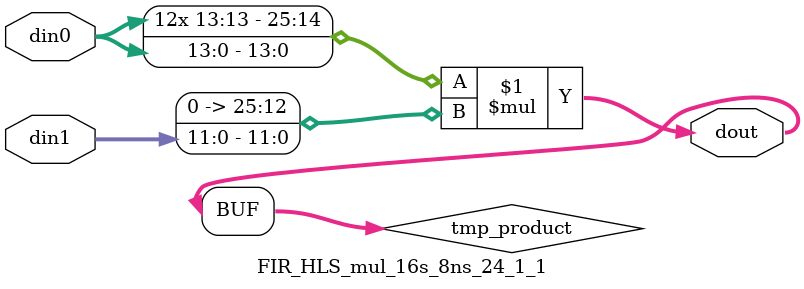
<source format=v>

`timescale 1 ns / 1 ps

 module FIR_HLS_mul_16s_8ns_24_1_1(din0, din1, dout);
parameter ID = 1;
parameter NUM_STAGE = 0;
parameter din0_WIDTH = 14;
parameter din1_WIDTH = 12;
parameter dout_WIDTH = 26;

input [din0_WIDTH - 1 : 0] din0; 
input [din1_WIDTH - 1 : 0] din1; 
output [dout_WIDTH - 1 : 0] dout;

wire signed [dout_WIDTH - 1 : 0] tmp_product;


























assign tmp_product = $signed(din0) * $signed({1'b0, din1});









assign dout = tmp_product;





















endmodule

</source>
